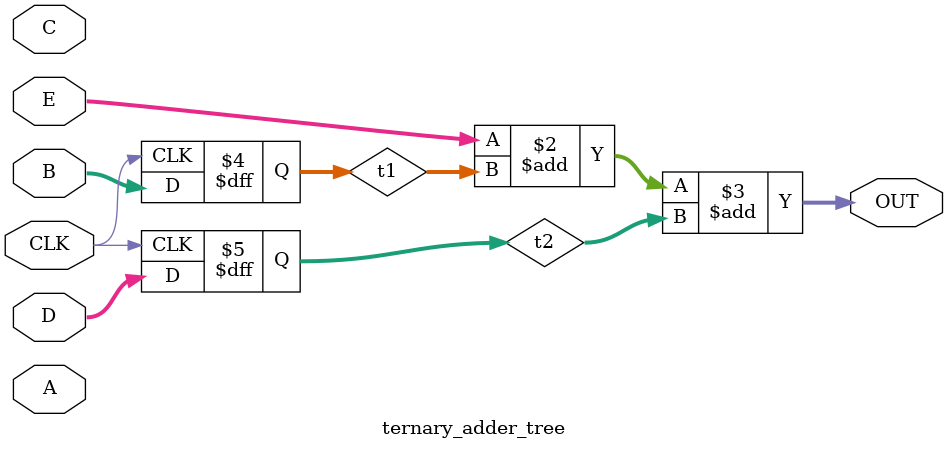
<source format=v>
module ternary_adder_tree #(parameter WIDTH = 16)
    (
        input [WIDTH-1:0] A,
        input [WIDTH-1:0] B,
        input [WIDTH-1:0] C,
        input [WIDTH-1:0] D,
        input [WIDTH-1:0] E,
        input CLK,
        output [WIDTH-1:0] OUT
    );

wire [WIDTH-1:0] t1;
wire [WIDTH-1:0] t2;

always @(posedge CLK) begin
    t1 <= {A[WIDTH-1:0], B[WIDTH-1:0]};
    t2 <= {C[WIDTH-1:0], D[WIDTH-1:0]};
end

assign OUT = (E[WIDTH-1:0] + t1 + t2);

endmodule
</source>
